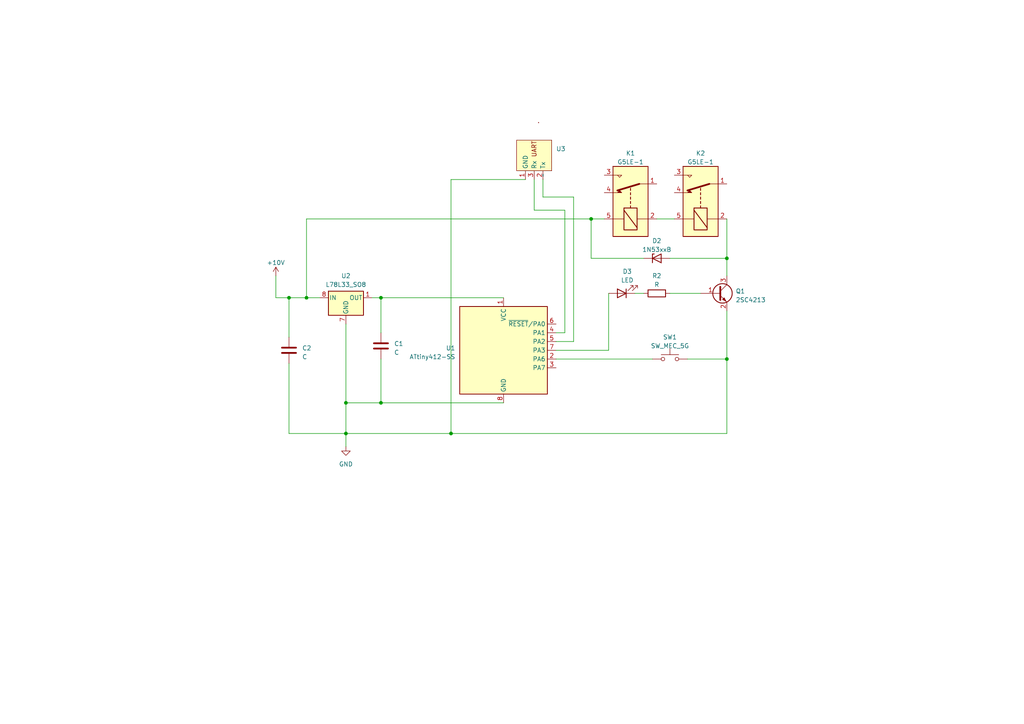
<source format=kicad_sch>
(kicad_sch (version 20230121) (generator eeschema)
  (paper "A4")
  (lib_symbols
    (symbol "Device:C" (pin_numbers hide) (pin_names (offset 0.254))
      (property "Reference" "C" (at 0.635 2.54 0))
      (property "Value" "C" (at 0.635 -2.54 0))
      (symbol "C_0_1"
        (polyline (pts (xy -2.032 -0.762) (xy 2.032 -0.762)) (stroke (width 0.508)))
        (polyline (pts (xy -2.032 0.762) (xy 2.032 0.762)) (stroke (width 0.508)))
      )
      (symbol "C_1_1"
        (pin passive line (at 0 3.81 270) (length 2.794) (name "~") (number "1"))
        (pin passive line (at 0 -3.81 90) (length 2.794) (name "~") (number "2"))
      )
    )
    (symbol "Device:LED" (pin_numbers hide) (pin_names (offset 1.016) hide)
      (property "Reference" "D" (at 0 2.54 0))
      (property "Value" "LED" (at 0 -2.54 0))
      (symbol "LED_0_1"
        (polyline (pts (xy -1.27 -1.27) (xy -1.27 1.27)) (stroke (width 0.254)))
        (polyline (pts (xy -1.27 0) (xy 1.27 0)))
        (polyline (pts (xy 1.27 -1.27) (xy 1.27 1.27) (xy -1.27 0) (xy 1.27 -1.27)) (stroke (width 0.254)))
        (polyline (pts (xy -3.048 -0.762) (xy -4.572 -2.286) (xy -3.81 -2.286) (xy -4.572 -2.286) (xy -4.572 -1.524)))
        (polyline (pts (xy -1.778 -0.762) (xy -3.302 -2.286) (xy -2.54 -2.286) (xy -3.302 -2.286) (xy -3.302 -1.524)))
      )
      (symbol "LED_1_1"
        (pin passive line (at -3.81 0 0) (length 2.54) (name "K") (number "1"))
        (pin passive line (at 3.81 0 180) (length 2.54) (name "A") (number "2"))
      )
    )
    (symbol "Device:R" (pin_numbers hide) (pin_names (offset 0))
      (property "Reference" "R" (at 2.032 0 90))
      (property "Value" "R" (at 0 0 90))
      (symbol "R_0_1"
        (rectangle (start -1.016 -2.54) (end 1.016 2.54) (stroke (width 0.254)))
      )
      (symbol "R_1_1"
        (pin passive line (at 0 3.81 270) (length 1.27) (name "~") (number "1"))
        (pin passive line (at 0 -3.81 90) (length 1.27) (name "~") (number "2"))
      )
    )
    (symbol "Diode:1N53xxB" (pin_numbers hide) (pin_names hide)
      (property "Reference" "D" (at 0 2.54 0))
      (property "Value" "1N53xxB" (at 0 -2.54 0))
      (symbol "1N53xxB_0_1"
        (polyline (pts (xy 1.27 0) (xy -1.27 0)))
        (polyline (pts (xy -1.27 -1.27) (xy -1.27 1.27) (xy -0.762 1.27)) (stroke (width 0.254)))
        (polyline (pts (xy 1.27 -1.27) (xy 1.27 1.27) (xy -1.27 0) (xy 1.27 -1.27)) (stroke (width 0.254)))
      )
      (symbol "1N53xxB_1_1"
        (pin passive line (at -3.81 0 0) (length 2.54) (name "K") (number "1"))
        (pin passive line (at 3.81 0 180) (length 2.54) (name "A") (number "2"))
      )
    )
    (symbol "MCU_Microchip_ATtiny:ATtiny412-SS"
      (property "Reference" "U" (at -12.7 13.97 0))
      (property "Value" "ATtiny412-SS" (at 2.54 -13.97 0))
      (symbol "ATtiny412-SS_0_1"
        (rectangle (start -12.7 -12.7) (end 12.7 12.7) (stroke (width 0.254)) (fill (type background)))
      )
      (symbol "ATtiny412-SS_1_1"
        (pin power_in line (at 0 15.24 270) (length 2.54) (name "VCC") (number "1"))
        (pin bidirectional line (at 15.24 -2.54 180) (length 2.54) (name "PA6") (number "2"))
        (pin bidirectional line (at 15.24 -5.08 180) (length 2.54) (name "PA7") (number "3"))
        (pin bidirectional line (at 15.24 5.08 180) (length 2.54) (name "PA1") (number "4"))
        (pin bidirectional line (at 15.24 2.54 180) (length 2.54) (name "PA2") (number "5"))
        (pin bidirectional line (at 15.24 7.62 180) (length 2.54) (name "~{RESET}/PA0") (number "6"))
        (pin bidirectional line (at 15.24 0 180) (length 2.54) (name "PA3") (number "7"))
        (pin power_in line (at 0 -15.24 90) (length 2.54) (name "GND") (number "8"))
      )
    )
    (symbol "Regulator_Linear:L78L33_SO8" (pin_names (offset 0.254))
      (property "Reference" "U" (at -3.81 3.175 0))
      (property "Value" "L78L33_SO8" (at 0 3.175 0))
      (symbol "L78L33_SO8_0_1"
        (rectangle (start -5.08 1.905) (end 5.08 -5.08) (stroke (width 0.254)) (fill (type background)))
      )
      (symbol "L78L33_SO8_1_1"
        (pin power_out line (at 7.62 0 180) (length 2.54) (name "OUT") (number "1"))
        (pin passive line (at 0 -7.62 90) (length 2.54) hide (name "GND") (number "2"))
        (pin passive line (at 0 -7.62 90) (length 2.54) hide (name "GND") (number "3"))
        (pin no_connect line (at -5.08 -2.54 0) (length 2.54) hide (name "NC") (number "4"))
        (pin no_connect line (at 5.08 -2.54 180) (length 2.54) hide (name "NC") (number "5"))
        (pin passive line (at 0 -7.62 90) (length 2.54) hide (name "GND") (number "6"))
        (pin power_in line (at 0 -7.62 90) (length 2.54) (name "GND") (number "7"))
        (pin power_in line (at -7.62 0 0) (length 2.54) (name "IN") (number "8"))
      )
    )
    (symbol "Relay:G5LE-1"
      (property "Reference" "K" (at 11.43 3.81 0))
      (property "Value" "G5LE-1" (at 11.43 1.27 0))
      (symbol "G5LE-1_0_0"
        (polyline (pts (xy 7.62 5.08) (xy 7.62 2.54) (xy 6.985 3.175) (xy 7.62 3.81)))
      )
      (symbol "G5LE-1_0_1"
        (rectangle (start -10.16 5.08) (end 10.16 -5.08) (stroke (width 0.254)) (fill (type background)))
        (rectangle (start -8.255 1.905) (end -1.905 -1.905) (stroke (width 0.254)))
        (polyline (pts (xy -7.62 -1.905) (xy -2.54 1.905)) (stroke (width 0.254)))
        (polyline (pts (xy -5.08 -5.08) (xy -5.08 -1.905)))
        (polyline (pts (xy -5.08 5.08) (xy -5.08 1.905)))
        (polyline (pts (xy -1.905 0) (xy -1.27 0)) (stroke (width 0.254)))
        (polyline (pts (xy -0.635 0) (xy 0 0)) (stroke (width 0.254)))
        (polyline (pts (xy 0.635 0) (xy 1.27 0)) (stroke (width 0.254)))
        (polyline (pts (xy 1.905 0) (xy 2.54 0)) (stroke (width 0.254)))
        (polyline (pts (xy 3.175 0) (xy 3.81 0)) (stroke (width 0.254)))
        (polyline (pts (xy 5.08 -2.54) (xy 3.175 3.81)) (stroke (width 0.508)))
        (polyline (pts (xy 5.08 -2.54) (xy 5.08 -5.08)))
        (polyline (pts (xy 2.54 5.08) (xy 2.54 2.54) (xy 3.175 3.175) (xy 2.54 3.81)) (fill (type outline)))
      )
      (symbol "G5LE-1_1_1"
        (pin passive line (at 5.08 -7.62 90) (length 2.54) (name "~") (number "1"))
        (pin passive line (at -5.08 -7.62 90) (length 2.54) (name "~") (number "2"))
        (pin passive line (at 7.62 7.62 270) (length 2.54) (name "~") (number "3"))
        (pin passive line (at 2.54 7.62 270) (length 2.54) (name "~") (number "4"))
        (pin passive line (at -5.08 7.62 270) (length 2.54) (name "~") (number "5"))
      )
    )
    (symbol "Switch:SW_MEC_5G" (pin_numbers hide) (pin_names (offset 1.016) hide)
      (property "Reference" "SW" (at 1.27 2.54 0))
      (property "Value" "SW_MEC_5G" (at 0 -1.524 0))
      (symbol "SW_MEC_5G_0_1"
        (circle (center -2.032 0) (radius 0.508))
        (polyline (pts (xy 0 1.27) (xy 0 3.048)))
        (polyline (pts (xy 2.54 1.27) (xy -2.54 1.27)))
        (circle (center 2.032 0) (radius 0.508))
        (pin passive line (at -5.08 0 0) (length 2.54) (name "A") (number "1"))
        (pin passive line (at 5.08 0 180) (length 2.54) (name "B") (number "3"))
      )
      (symbol "SW_MEC_5G_1_1"
        (pin passive line (at -5.08 0 0) (length 2.54) hide (name "A") (number "2"))
        (pin passive line (at 5.08 0 180) (length 2.54) hide (name "B") (number "4"))
      )
    )
    (symbol "Transistor_BJT:2SC4213" (pin_names (offset 0) hide)
      (property "Reference" "Q" (at 5.08 1.905 0))
      (property "Value" "2SC4213" (at 5.08 0 0))
      (symbol "2SC4213_0_1"
        (polyline (pts (xy 0.635 0.635) (xy 2.54 2.54)))
        (polyline (pts (xy 0.635 -0.635) (xy 2.54 -2.54) (xy 2.54 -2.54)))
        (polyline (pts (xy 0.635 1.905) (xy 0.635 -1.905) (xy 0.635 -1.905)) (stroke (width 0.508)))
        (polyline (pts (xy 1.27 -1.778) (xy 1.778 -1.27) (xy 2.286 -2.286) (xy 1.27 -1.778) (xy 1.27 -1.778)) (fill (type outline)))
        (circle (center 1.27 0) (radius 2.8194) (stroke (width 0.254)))
      )
      (symbol "2SC4213_1_1"
        (pin input line (at -5.08 0 0) (length 5.715) (name "B") (number "1"))
        (pin passive line (at 2.54 -5.08 90) (length 2.54) (name "E") (number "2"))
        (pin passive line (at 2.54 5.08 270) (length 2.54) (name "C") (number "3"))
      )
    )
    (symbol "custom_symbols:Uart_conection"
      (property "Reference" "U3" (at 7.6201 -3.81 90))
      (property "Value" "~" (at 0 0 0))
      (symbol "Uart_conection_0_1"
        (rectangle (start 3.81 -2.54) (end 3.81 -2.54))
        (rectangle (start 5.08 -2.54) (end 5.08 -2.54))
        (circle (center 15.24 1.27) (radius 0.0001))
      )
      (symbol "Uart_conection_1_1"
        (rectangle (start 1.27 7.62) (end 10.16 -2.54) (fill (type background)))
        (text "UART" (at 7.62 2.54 0) (effects (font (size 1.27 1.27))))
        (pin bidirectional line (at -1.27 5.08 0) (length 2.54) (name "GND") (number "1"))
        (pin bidirectional line (at -1.27 0 0) (length 2.54) (name "Tx") (number "2"))
        (pin bidirectional line (at -1.27 2.54 0) (length 2.54) (name "Rx") (number "3"))
      )
    )
    (symbol "power:+10V" (power) (pin_names (offset 0))
      (property "Value" "+16V" (at 0 3.81 0))
      (symbol "+10V_0_1"
        (polyline (pts (xy -0.762 1.27) (xy 0 2.54)))
        (polyline (pts (xy 0 0) (xy 0 2.54)))
        (polyline (pts (xy 0 2.54) (xy 0.762 1.27)))
      )
      (symbol "+10V_1_1"
        (pin power_in line (at 0 0 90) (length 0) hide (name "+10V") (number "1"))
      )
    )
    (symbol "power:GND" (power) (pin_names (offset 0))
      (property "Value" "GND" (at 0 -3.81 0))
      (symbol "GND_0_1"
        (polyline (pts (xy 0 0) (xy 0 -1.27) (xy 1.27 -1.27) (xy 0 -2.54) (xy -1.27 -1.27) (xy 0 -1.27)))
      )
      (symbol "GND_1_1"
        (pin power_in line (at 0 0 270) (length 0) hide (name "GND") (number "1"))
      )
    )
  )
  (junction (at 100.33 125.73))
  (junction (at 130.81 125.73))
  (junction (at 83.82 86.36))
  (junction (at 100.33 116.84))
  (junction (at 110.49 116.84))
  (junction (at 210.82 74.93))
  (junction (at 171.45 63.5))
  (junction (at 110.49 86.36))
  (junction (at 210.82 104.14))
  (junction (at 88.9 86.36))
  (wire (pts (xy 163.83 60.96) (xy 154.94 60.96)))
  (wire (pts (xy 110.49 86.36) (xy 146.05 86.36)))
  (wire (pts (xy 175.26 63.5) (xy 171.45 63.5)))
  (wire (pts (xy 80.01 86.36) (xy 83.82 86.36)))
  (wire (pts (xy 199.39 104.14) (xy 210.82 104.14)))
  (wire (pts (xy 210.82 63.5) (xy 210.82 74.93)))
  (wire (pts (xy 166.37 57.15) (xy 157.48 57.15)))
  (wire (pts (xy 110.49 104.14) (xy 110.49 116.84)))
  (wire (pts (xy 130.81 52.07) (xy 130.81 125.73)))
  (wire (pts (xy 210.82 104.14) (xy 210.82 125.73)))
  (wire (pts (xy 190.5 63.5) (xy 195.58 63.5)))
  (wire (pts (xy 83.82 86.36) (xy 83.82 97.79)))
  (wire (pts (xy 194.31 85.09) (xy 203.2 85.09)))
  (wire (pts (xy 100.33 116.84) (xy 110.49 116.84)))
  (wire (pts (xy 100.33 125.73) (xy 100.33 116.84)))
  (wire (pts (xy 186.69 74.93) (xy 171.45 74.93)))
  (wire (pts (xy 163.83 96.52) (xy 163.83 60.96)))
  (wire (pts (xy 184.15 85.09) (xy 186.69 85.09)))
  (wire (pts (xy 161.29 104.14) (xy 189.23 104.14)))
  (wire (pts (xy 161.29 99.06) (xy 166.37 99.06)))
  (wire (pts (xy 194.31 74.93) (xy 210.82 74.93)))
  (wire (pts (xy 83.82 125.73) (xy 100.33 125.73)))
  (wire (pts (xy 171.45 63.5) (xy 88.9 63.5)))
  (wire (pts (xy 210.82 90.17) (xy 210.82 104.14)))
  (wire (pts (xy 154.94 60.96) (xy 154.94 52.07)))
  (wire (pts (xy 88.9 86.36) (xy 92.71 86.36)))
  (wire (pts (xy 152.4 52.07) (xy 130.81 52.07)))
  (wire (pts (xy 88.9 63.5) (xy 88.9 86.36)))
  (wire (pts (xy 100.33 93.98) (xy 100.33 116.84)))
  (wire (pts (xy 80.01 80.01) (xy 80.01 86.36)))
  (wire (pts (xy 100.33 129.54) (xy 100.33 125.73)))
  (wire (pts (xy 83.82 86.36) (xy 88.9 86.36)))
  (wire (pts (xy 157.48 57.15) (xy 157.48 52.07)))
  (wire (pts (xy 171.45 74.93) (xy 171.45 63.5)))
  (wire (pts (xy 210.82 74.93) (xy 210.82 80.01)))
  (wire (pts (xy 161.29 101.6) (xy 176.53 101.6)))
  (wire (pts (xy 130.81 125.73) (xy 210.82 125.73)))
  (wire (pts (xy 110.49 86.36) (xy 107.95 86.36)))
  (wire (pts (xy 83.82 105.41) (xy 83.82 125.73)))
  (wire (pts (xy 100.33 125.73) (xy 130.81 125.73)))
  (wire (pts (xy 110.49 86.36) (xy 110.49 96.52)))
  (wire (pts (xy 176.53 85.09) (xy 176.53 101.6)))
  (wire (pts (xy 166.37 99.06) (xy 166.37 57.15)))
  (wire (pts (xy 110.49 116.84) (xy 146.05 116.84)))
  (wire (pts (xy 161.29 96.52) (xy 163.83 96.52)))
  (symbol (lib_id "custom_symbols:Uart_conection") (at 157.48 50.8 90) (unit 1)
    (property "Reference" "U3" (at 161.29 43.1799 90) (effects (justify right)))
    (property "Value" "~" (at 157.48 50.8 0))
  )
  (symbol (lib_id "Device:LED") (at 180.34 85.09 180) (unit 1)
    (property "Reference" "D3" (at 181.9275 78.74 0))
    (property "Value" "LED" (at 181.9275 81.28 0))
  )
  (symbol (lib_id "Device:C") (at 110.49 100.33 0) (unit 1)
    (property "Reference" "C1" (at 114.3 99.695 0) (effects (justify left)))
    (property "Value" "C" (at 114.3 102.235 0) (effects (justify left)))
  )
  (symbol (lib_id "Diode:1N53xxB") (at 190.5 74.93 0) (unit 1)
    (property "Reference" "D2" (at 190.5 69.85 0))
    (property "Value" "1N53xxB" (at 190.5 72.39 0))
    (property "Footprint" "Diode_THT:D_DO-201_P15.24mm_Horizontal" (effects hide))
    (property "Datasheet" "https://diotec.com/tl_files/diotec/files/pdf/datasheets/1n5345b.pdf" (effects hide))
  )
  (symbol (lib_id "MCU_Microchip_ATtiny:ATtiny412-SS") (at 146.05 101.6 0) (unit 1)
    (property "Reference" "U1" (at 132.08 100.965 0) (effects (justify right)))
    (property "Value" "ATtiny412-SS" (at 132.08 103.505 0) (effects (justify right)))
    (property "Footprint" "Package_SO:SOIC-8_3.9x4.9mm_P1.27mm" (effects hide))
    (property "Datasheet" "http://ww1.microchip.com/downloads/en/DeviceDoc/40001911A.pdf" (effects hide))
  )
  (symbol (lib_id "Regulator_Linear:L78L33_SO8") (at 100.33 86.36 0) (unit 1)
    (property "Reference" "U2" (at 100.33 80.01 0))
    (property "Value" "L78L33_SO8" (at 100.33 82.55 0))
    (property "Footprint" "Package_SO:SOIC-8_3.9x4.9mm_P1.27mm" (effects hide))
    (property "Datasheet" "http://www.st.com/content/ccc/resource/technical/document/datasheet/15/55/e5/aa/23/5b/43/fd/CD00000446.pdf/files/CD00000446.pdf/jcr:content/translations/en.CD00000446.pdf" (effects hide))
  )
  (symbol (lib_id "Relay:G5LE-1") (at 203.2 58.42 90) (unit 1)
    (property "Reference" "K2" (at 203.2 44.45 90))
    (property "Value" "G5LE-1" (at 203.2 46.99 90))
    (property "Footprint" "Relay_THT:Relay_SPDT_Omron-G5LE-1" (effects hide))
    (property "Datasheet" "http://www.omron.com/ecb/products/pdf/en-g5le.pdf" (effects hide))
  )
  (symbol (lib_id "Device:R") (at 190.5 85.09 270) (unit 1)
    (property "Reference" "R2" (at 190.5 80.01 90))
    (property "Value" "R" (at 190.5 82.55 90))
  )
  (symbol (lib_id "Device:C") (at 83.82 101.6 0) (unit 1)
    (property "Reference" "C2" (at 87.63 100.965 0) (effects (justify left)))
    (property "Value" "C" (at 87.63 103.505 0) (effects (justify left)))
  )
  (symbol (lib_id "Relay:G5LE-1") (at 182.88 58.42 90) (unit 1)
    (property "Reference" "K1" (at 182.88 44.45 90))
    (property "Value" "G5LE-1" (at 182.88 46.99 90))
    (property "Footprint" "Relay_THT:Relay_SPDT_Omron-G5LE-1" (effects hide))
    (property "Datasheet" "http://www.omron.com/ecb/products/pdf/en-g5le.pdf" (effects hide))
  )
  (symbol (lib_id "Switch:SW_MEC_5G") (at 194.31 104.14 0) (unit 1)
    (property "Reference" "SW1" (at 194.31 97.79 0))
    (property "Value" "SW_MEC_5G" (at 194.31 100.33 0))
    (property "Datasheet" "http://www.apem.com/int/index.php?controller=attachment&id_attachment=488" (effects hide))
  )
  (symbol (lib_id "Transistor_BJT:2SC4213") (at 208.28 85.09 0) (unit 1)
    (property "Reference" "Q1" (at 213.36 84.455 0) (effects (justify left)))
    (property "Value" "2SC4213" (at 213.36 86.995 0) (effects (justify left)))
    (property "Footprint" "Package_TO_SOT_SMD:SOT-323_SC-70" (effects hide))
    (property "Datasheet" "https://toshiba.semicon-storage.com/info/docget.jsp?did=19305&prodName=2SC4213" (effects hide))
  )
  (symbol (lib_id "power:GND") (at 100.33 129.54 0) (unit 1)
    (property "Reference" "#PWR02" (effects hide))
    (property "Value" "GND" (at 100.33 134.62 0))
  )
  (symbol (lib_id "power:+10V") (at 80.01 80.01 0) (unit 1)
    (property "Reference" "#PWR01" (effects hide))
    (property "Value" "+16V" (at 80.01 76.2 0))
  )
)
</source>
